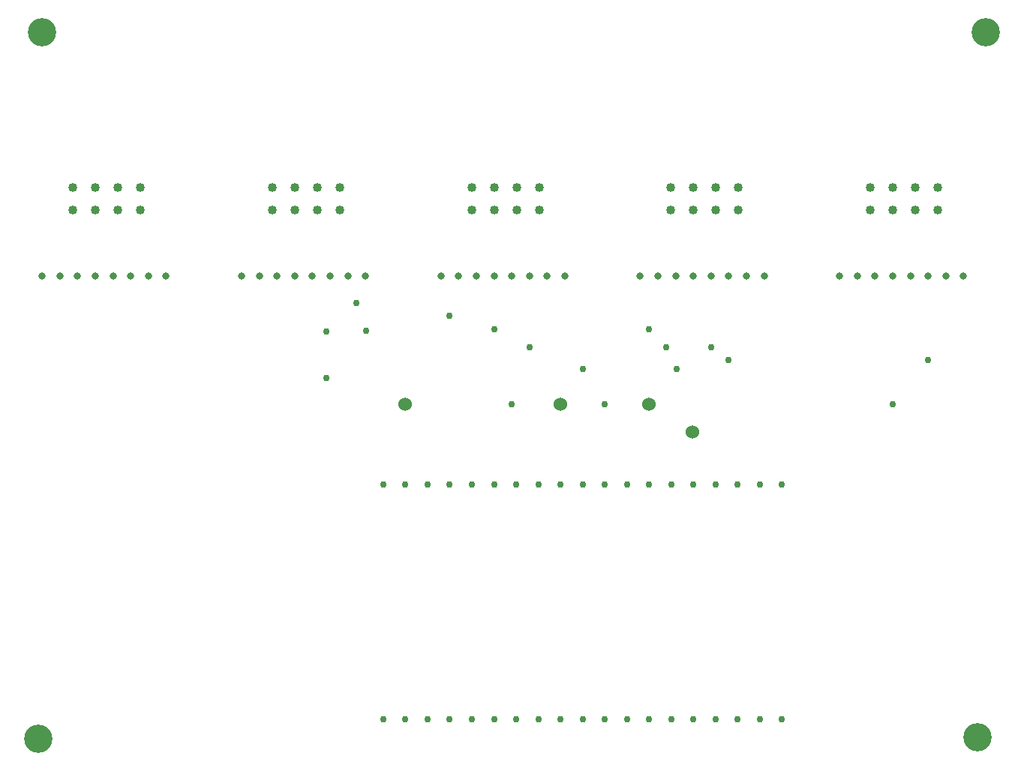
<source format=gbr>
G04 PROTEUS GERBER X2 FILE*
%TF.GenerationSoftware,Labcenter,Proteus,8.6-SP2-Build23525*%
%TF.CreationDate,2025-01-29T09:47:47+00:00*%
%TF.FileFunction,Plated,1,2,PTH*%
%TF.FilePolarity,Positive*%
%TF.Part,Single*%
%FSLAX45Y45*%
%MOMM*%
G01*
%TA.AperFunction,ViaDrill*%
%ADD28C,0.762000*%
%TA.AperFunction,ComponentDrill*%
%ADD29C,0.762000*%
%TA.AperFunction,ComponentDrill*%
%ADD72C,1.016000*%
%ADD73C,0.812800*%
%TA.AperFunction,ComponentDrill*%
%ADD30C,1.524000*%
%TA.AperFunction,OtherDrill,Unknown*%
%ADD31C,3.200000*%
%TD.AperFunction*%
D28*
X-1250000Y+3100000D03*
X-2300000Y+3250000D03*
X+3750000Y+2100000D03*
X-2192020Y+2934696D03*
X-750000Y+2950000D03*
X+999857Y+2950000D03*
X+4150000Y+2600000D03*
X-550000Y+2100000D03*
X-2644455Y+2921954D03*
X-2643841Y+2396742D03*
X+500000Y+2104957D03*
X+1700000Y+2750000D03*
X+1190000Y+2750000D03*
X-350000Y+2750000D03*
X+1900000Y+2600000D03*
X+1310000Y+2500000D03*
X+250000Y+2500000D03*
D29*
X-2000000Y-1450000D03*
X+2500000Y-1450000D03*
X+2500000Y+1200000D03*
X+2250000Y-1450000D03*
X-1750000Y-1450000D03*
X+1250000Y+1200000D03*
X+1500000Y+1200000D03*
X+1000000Y+1200000D03*
X+250000Y+1200000D03*
X+1000000Y-1450000D03*
X+1500000Y-1450000D03*
X+750000Y-1450000D03*
X+1750000Y+1200000D03*
X+750000Y+1200000D03*
X+500000Y+1200000D03*
X+0Y+1200000D03*
X-250000Y+1200000D03*
X-750000Y+1200000D03*
X-1500000Y+1200000D03*
X-1750000Y+1200000D03*
X+0Y-1450000D03*
X+250000Y-1450000D03*
X+500000Y-1450000D03*
X-500000Y-1450000D03*
X-250000Y-1450000D03*
X-1000000Y-1450000D03*
X-750000Y-1450000D03*
X+1250000Y-1450000D03*
X-500000Y+1200000D03*
X-2000000Y+1200000D03*
X-1000000Y+1200000D03*
X+2250000Y+1200000D03*
X+2000000Y+1200000D03*
X+1750000Y-1450000D03*
X+2000000Y-1450000D03*
X-1250000Y-1450000D03*
X-1500000Y-1450000D03*
X-1250000Y+1200000D03*
D72*
X-5504000Y+4296000D03*
X-5504000Y+4550000D03*
X-5250000Y+4296000D03*
X-5250000Y+4550000D03*
X-4996000Y+4296000D03*
X-4996000Y+4550000D03*
X-4742000Y+4296000D03*
X-4742000Y+4550000D03*
X-3254000Y+4296000D03*
X-3254000Y+4550000D03*
X-3000000Y+4296000D03*
X-3000000Y+4550000D03*
X-2746000Y+4296000D03*
X-2746000Y+4550000D03*
X-2492000Y+4296000D03*
X-2492000Y+4550000D03*
X+1246000Y+4296000D03*
X+1246000Y+4550000D03*
X+1500000Y+4296000D03*
X+1500000Y+4550000D03*
X+1754000Y+4296000D03*
X+1754000Y+4550000D03*
X+2008000Y+4296000D03*
X+2008000Y+4550000D03*
X+3496000Y+4296000D03*
X+3496000Y+4550000D03*
X+3750000Y+4296000D03*
X+3750000Y+4550000D03*
X+4004000Y+4296000D03*
X+4004000Y+4550000D03*
X+4258000Y+4296000D03*
X+4258000Y+4550000D03*
X-1004000Y+4296000D03*
X-1004000Y+4550000D03*
X-750000Y+4296000D03*
X-750000Y+4550000D03*
X-496000Y+4296000D03*
X-496000Y+4550000D03*
X-242000Y+4296000D03*
X-242000Y+4550000D03*
D73*
X-5850000Y+3550000D03*
X-5650000Y+3550000D03*
X-5450000Y+3550000D03*
X-5250000Y+3550000D03*
X-5050000Y+3550000D03*
X-4850000Y+3550000D03*
X-4650000Y+3550000D03*
X-4450000Y+3550000D03*
X-3600000Y+3550000D03*
X-3400000Y+3550000D03*
X-3200000Y+3550000D03*
X-3000000Y+3550000D03*
X-2800000Y+3550000D03*
X-2600000Y+3550000D03*
X-2400000Y+3550000D03*
X-2200000Y+3550000D03*
X-1350000Y+3550000D03*
X-1150000Y+3550000D03*
X-950000Y+3550000D03*
X-750000Y+3550000D03*
X-550000Y+3550000D03*
X-350000Y+3550000D03*
X-150000Y+3550000D03*
X+50000Y+3550000D03*
X+900000Y+3550000D03*
X+1100000Y+3550000D03*
X+1300000Y+3550000D03*
X+1500000Y+3550000D03*
X+1700000Y+3550000D03*
X+1900000Y+3550000D03*
X+2100000Y+3550000D03*
X+2300000Y+3550000D03*
X+3150000Y+3550000D03*
X+3350000Y+3550000D03*
X+3550000Y+3550000D03*
X+3750000Y+3550000D03*
X+3950000Y+3550000D03*
X+4150000Y+3550000D03*
X+4350000Y+3550000D03*
X+4550000Y+3550000D03*
D30*
X+0Y+2100000D03*
X-1750000Y+2100000D03*
X+1000000Y+2100000D03*
X+1490000Y+1790000D03*
D31*
X-5890000Y-1670000D03*
X+4710000Y-1660000D03*
X-5850000Y+6300000D03*
X+4800000Y+6300000D03*
M02*

</source>
